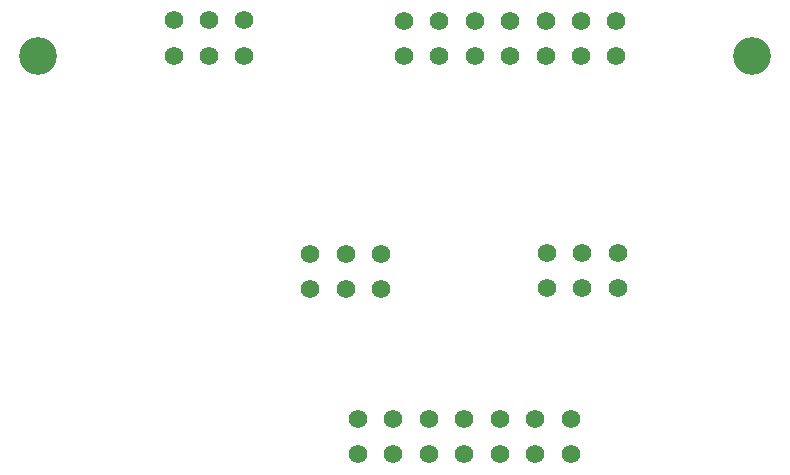
<source format=gbr>
%TF.GenerationSoftware,KiCad,Pcbnew,9.0.3*%
%TF.CreationDate,2025-10-12T18:54:41-05:00*%
%TF.ProjectId,Moco-IOBreakoutPCB,4d6f636f-2d49-44f4-9272-65616b6f7574,rev?*%
%TF.SameCoordinates,Original*%
%TF.FileFunction,Soldermask,Bot*%
%TF.FilePolarity,Negative*%
%FSLAX46Y46*%
G04 Gerber Fmt 4.6, Leading zero omitted, Abs format (unit mm)*
G04 Created by KiCad (PCBNEW 9.0.3) date 2025-10-12 18:54:41*
%MOMM*%
%LPD*%
G01*
G04 APERTURE LIST*
%ADD10C,3.200000*%
%ADD11C,1.574800*%
G04 APERTURE END LIST*
D10*
%TO.C,REF\u002A\u002A*%
X177500000Y-58000000D03*
%TD*%
%TO.C,REF\u002A\u002A*%
X117000000Y-58000000D03*
%TD*%
D11*
%TO.C,J3*%
X166124998Y-77650000D03*
X163124999Y-77650000D03*
X160125000Y-77650000D03*
X166124998Y-74650001D03*
X163124999Y-74650001D03*
X160125000Y-74650001D03*
%TD*%
%TO.C,J2*%
X162109994Y-91699999D03*
X159109995Y-91699999D03*
X156109996Y-91699999D03*
X153109997Y-91699999D03*
X150109998Y-91699999D03*
X147109999Y-91699999D03*
X144110000Y-91699999D03*
X162109994Y-88700000D03*
X159109995Y-88700000D03*
X156109996Y-88700000D03*
X153109997Y-88700000D03*
X150109998Y-88700000D03*
X147109999Y-88700000D03*
X144110000Y-88700000D03*
%TD*%
%TO.C,J1*%
X166000000Y-58000000D03*
X163000001Y-58000000D03*
X160000002Y-58000000D03*
X157000003Y-58000000D03*
X154000004Y-58000000D03*
X151000005Y-58000000D03*
X148000006Y-58000000D03*
X166000000Y-55000001D03*
X163000001Y-55000001D03*
X160000002Y-55000001D03*
X157000003Y-55000001D03*
X154000004Y-55000001D03*
X151000005Y-55000001D03*
X148000006Y-55000001D03*
%TD*%
%TO.C,J4*%
X146089999Y-77709999D03*
X143090000Y-77709999D03*
X140090001Y-77709999D03*
X146089999Y-74710000D03*
X143090000Y-74710000D03*
X140090001Y-74710000D03*
%TD*%
%TO.C,J5*%
X134500000Y-57949999D03*
X131500001Y-57949999D03*
X128500002Y-57949999D03*
X134500000Y-54950000D03*
X131500001Y-54950000D03*
X128500002Y-54950000D03*
%TD*%
M02*

</source>
